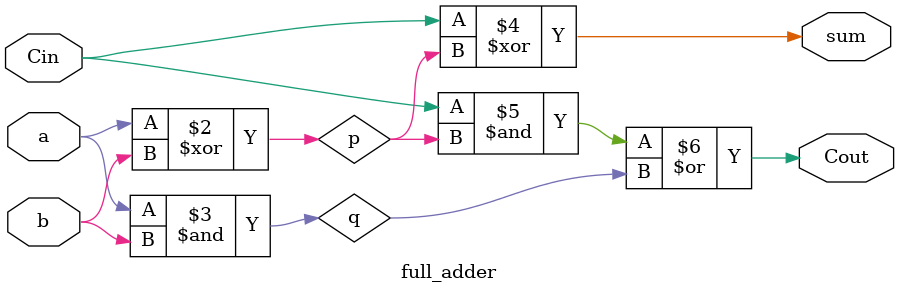
<source format=sv>
module full_adder (a, b, Cin, Cout, sum);

input wire a;
input wire b;
input wire Cin;
output logic Cout;
output logic sum;

logic p, q;

always_comb begin
    p = a ^ b;
    q = a & b;
    sum = Cin ^ p;
    Cout = (Cin & p) | q;
end
    
endmodule
</source>
